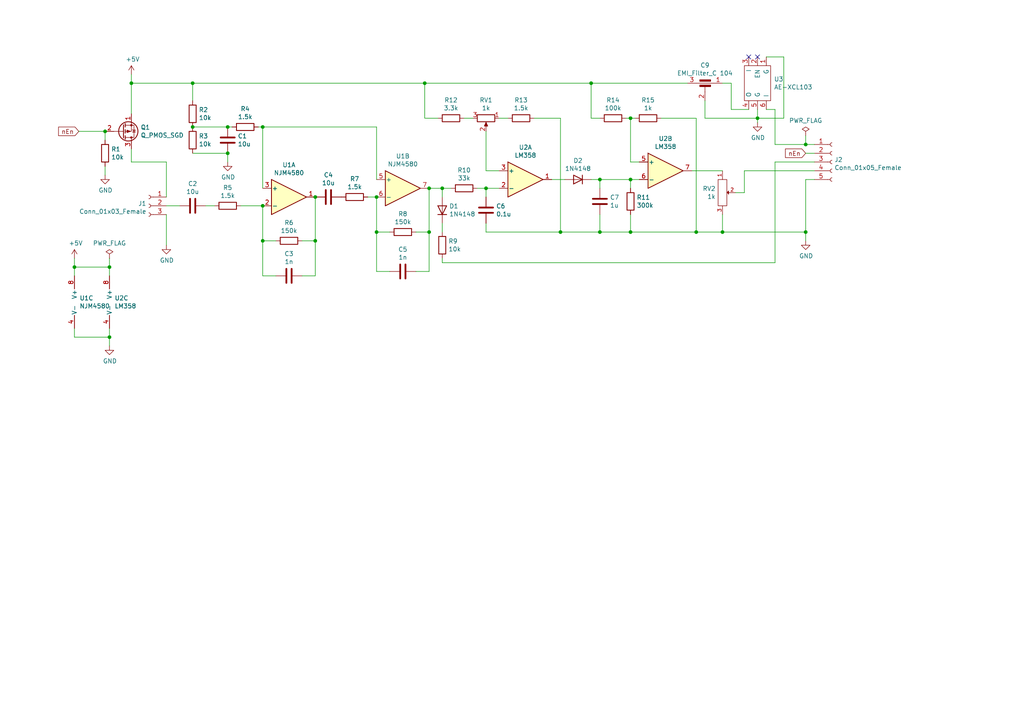
<source format=kicad_sch>
(kicad_sch (version 20231120) (generator "eeschema") (generator_version "8.0")
  (paper "A4")
  (title_block (title "IPM-165 Sensor board") (date "2021-03-31") (rev "1") (company "nakanohito"))
  (lib_symbols
    (symbol "Amplifier_Operational:LM358" (pin_names (offset 0.127))
      (property "Reference" "U" (at 0 5.08 0))
      (property "Value" "LM358" (at 0 -5.08 0))
      (symbol "LM358_1_1"
        (polyline (pts (xy -5.08 5.08) (xy 5.08 0) (xy -5.08 -5.08) (xy -5.08 5.08)) (stroke (width 0.254)) (fill (type background)))
        (pin output line (at 7.62 0 180) (length 2.54) (name "~") (number "1"))
        (pin input line (at -7.62 -2.54 0) (length 2.54) (name "-") (number "2"))
        (pin input line (at -7.62 2.54 0) (length 2.54) (name "+") (number "3"))
      )
      (symbol "LM358_2_1"
        (polyline (pts (xy -5.08 5.08) (xy 5.08 0) (xy -5.08 -5.08) (xy -5.08 5.08)) (stroke (width 0.254)) (fill (type background)))
        (pin input line (at -7.62 2.54 0) (length 2.54) (name "+") (number "5"))
        (pin input line (at -7.62 -2.54 0) (length 2.54) (name "-") (number "6"))
        (pin output line (at 7.62 0 180) (length 2.54) (name "~") (number "7"))
      )
      (symbol "LM358_3_1"
        (pin power_in line (at -2.54 -7.62 90) (length 3.81) (name "V-") (number "4"))
        (pin power_in line (at -2.54 7.62 270) (length 3.81) (name "V+") (number "8"))
      )
    )
    (symbol "Amplifier_Operational:NJM4580" (pin_names (offset 0.127))
      (property "Reference" "U" (at 0 5.08 0))
      (property "Value" "NJM4580" (at 0 -5.08 0))
      (symbol "NJM4580_1_1"
        (polyline (pts (xy -5.08 5.08) (xy 5.08 0) (xy -5.08 -5.08) (xy -5.08 5.08)) (stroke (width 0.254)) (fill (type background)))
        (pin output line (at 7.62 0 180) (length 2.54) (name "~") (number "1"))
        (pin input line (at -7.62 -2.54 0) (length 2.54) (name "-") (number "2"))
        (pin input line (at -7.62 2.54 0) (length 2.54) (name "+") (number "3"))
      )
      (symbol "NJM4580_2_1"
        (polyline (pts (xy -5.08 5.08) (xy 5.08 0) (xy -5.08 -5.08) (xy -5.08 5.08)) (stroke (width 0.254)) (fill (type background)))
        (pin input line (at -7.62 2.54 0) (length 2.54) (name "+") (number "5"))
        (pin input line (at -7.62 -2.54 0) (length 2.54) (name "-") (number "6"))
        (pin output line (at 7.62 0 180) (length 2.54) (name "~") (number "7"))
      )
      (symbol "NJM4580_3_1"
        (pin power_in line (at -2.54 -7.62 90) (length 3.81) (name "V-") (number "4"))
        (pin power_in line (at -2.54 7.62 270) (length 3.81) (name "V+") (number "8"))
      )
    )
    (symbol "Device:C" (pin_numbers hide) (pin_names (offset 0.254))
      (property "Reference" "C" (at 0.635 2.54 0))
      (property "Value" "C" (at 0.635 -2.54 0))
      (symbol "C_0_1"
        (polyline (pts (xy -2.032 -0.762) (xy 2.032 -0.762)) (stroke (width 0.508)))
        (polyline (pts (xy -2.032 0.762) (xy 2.032 0.762)) (stroke (width 0.508)))
      )
      (symbol "C_1_1"
        (pin passive line (at 0 3.81 270) (length 2.794) (name "~") (number "1"))
        (pin passive line (at 0 -3.81 90) (length 2.794) (name "~") (number "2"))
      )
    )
    (symbol "Device:Q_PMOS_SGD" (pin_names (offset 0) hide)
      (property "Reference" "Q" (at 5.08 1.27 0))
      (property "Value" "Q_PMOS_SGD" (at 5.08 -1.27 0))
      (symbol "Q_PMOS_SGD_0_1"
        (polyline (pts (xy 0.254 0) (xy -2.54 0)))
        (polyline (pts (xy 0.254 1.905) (xy 0.254 -1.905)) (stroke (width 0.254)))
        (polyline (pts (xy 0.762 -1.27) (xy 0.762 -2.286)) (stroke (width 0.254)))
        (polyline (pts (xy 0.762 0.508) (xy 0.762 -0.508)) (stroke (width 0.254)))
        (polyline (pts (xy 0.762 2.286) (xy 0.762 1.27)) (stroke (width 0.254)))
        (polyline (pts (xy 2.54 2.54) (xy 2.54 1.778)))
        (polyline (pts (xy 2.54 -2.54) (xy 2.54 0) (xy 0.762 0)))
        (polyline (pts (xy 0.762 1.778) (xy 3.302 1.778) (xy 3.302 -1.778) (xy 0.762 -1.778)))
        (polyline (pts (xy 2.286 0) (xy 1.27 0.381) (xy 1.27 -0.381) (xy 2.286 0)) (fill (type outline)))
        (polyline (pts (xy 2.794 -0.508) (xy 2.921 -0.381) (xy 3.683 -0.381) (xy 3.81 -0.254)))
        (polyline (pts (xy 3.302 -0.381) (xy 2.921 0.254) (xy 3.683 0.254) (xy 3.302 -0.381)))
        (circle (center 1.651 0) (radius 2.794) (stroke (width 0.254)))
        (circle (center 2.54 -1.778) (radius 0.254) (fill (type outline)))
        (circle (center 2.54 1.778) (radius 0.254) (fill (type outline)))
      )
      (symbol "Q_PMOS_SGD_1_1"
        (pin passive line (at 2.54 -5.08 90) (length 2.54) (name "S") (number "1"))
        (pin input line (at -5.08 0 0) (length 2.54) (name "G") (number "2"))
        (pin passive line (at 2.54 5.08 270) (length 2.54) (name "D") (number "3"))
      )
    )
    (symbol "Device:R" (pin_numbers hide) (pin_names (offset 0))
      (property "Reference" "R" (at 2.032 0 90))
      (property "Value" "R" (at 0 0 90))
      (symbol "R_0_1"
        (rectangle (start -1.016 -2.54) (end 1.016 2.54) (stroke (width 0.254)))
      )
      (symbol "R_1_1"
        (pin passive line (at 0 3.81 270) (length 1.27) (name "~") (number "1"))
        (pin passive line (at 0 -3.81 90) (length 1.27) (name "~") (number "2"))
      )
    )
    (symbol "Diode:1N4148" (pin_numbers hide) (pin_names hide)
      (property "Reference" "D" (at 0 2.54 0))
      (property "Value" "1N4148" (at 0 -2.54 0))
      (symbol "1N4148_0_1"
        (polyline (pts (xy -1.27 1.27) (xy -1.27 -1.27)) (stroke (width 0.254)))
        (polyline (pts (xy 1.27 0) (xy -1.27 0)))
        (polyline (pts (xy 1.27 1.27) (xy 1.27 -1.27) (xy -1.27 0) (xy 1.27 1.27)) (stroke (width 0.254)))
      )
      (symbol "1N4148_1_1"
        (pin passive line (at -3.81 0 0) (length 2.54) (name "K") (number "1"))
        (pin passive line (at 3.81 0 180) (length 2.54) (name "A") (number "2"))
      )
    )
    (symbol "KiLib_merl_03:POT" (pin_names (offset 1.016) hide)
      (property "Reference" "RV" (at 0 -2.54 0))
      (property "Value" "POT" (at 0 0 0))
      (symbol "POT_0_1"
        (rectangle (start -3.81 1.27) (end 3.81 -1.27))
        (polyline (pts (xy 0 1.27) (xy -0.508 1.778) (xy 0.508 1.778)) (fill (type outline)))
      )
      (symbol "POT_1_1"
        (pin passive line (at -6.35 0 0) (length 2.54) (name "1") (number "1"))
        (pin passive line (at 0 3.81 270) (length 2.032) (name "2") (number "2"))
        (pin passive line (at 6.35 0 180) (length 2.54) (name "3") (number "3"))
      )
    )
    (symbol "User_Library:AE-XCL103" (pin_names (offset 1.016))
      (property "Reference" "U" (at 0 0 0))
      (property "Value" "AE-XCL103" (at 0 -11.43 0))
      (symbol "AE-XCL103_0_1"
        (rectangle (start -5.08 -2.54) (end 5.08 -10.16))
      )
      (symbol "AE-XCL103_1_1"
        (pin output line (at -7.62 -3.81 0) (length 2.54) (name "G") (number "1"))
        (pin input line (at -7.62 -6.35 0) (length 2.54) (name "EN") (number "2"))
        (pin output line (at -7.62 -8.89 0) (length 2.54) (name "I") (number "3"))
        (pin output line (at 7.62 -8.89 180) (length 2.54) (name "O") (number "4"))
        (pin output line (at 7.62 -6.35 180) (length 2.54) (name "G") (number "5"))
        (pin input line (at 7.62 -3.81 180) (length 2.54) (name "I") (number "6"))
      )
    )
    (symbol "ipm165-rescue:+5V-power" (power) (pin_names (offset 0))
      (property "Value" "power_+5V" (at 0 3.556 0))
      (symbol "+5V-power_0_1"
        (polyline (pts (xy -0.762 1.27) (xy 0 2.54)))
        (polyline (pts (xy 0 0) (xy 0 2.54)))
        (polyline (pts (xy 0 2.54) (xy 0.762 1.27)))
      )
      (symbol "+5V-power_1_1"
        (pin power_in line (at 0 0 90) (length 0) hide (name "+5V") (number "1"))
      )
    )
    (symbol "ipm165-rescue:Conn_01x03_Female-Connector" (pin_names (offset 1.016) hide)
      (property "Reference" "J" (at 0 5.08 0))
      (property "Value" "Connector_Conn_01x03_Female" (at 0 -5.08 0))
      (symbol "Conn_01x03_Female-Connector_1_1"
        (arc (start 0 -2.032) (mid -0.508 -2.54) (end 0 -3.048) (stroke (width 0.1524)))
        (polyline (pts (xy -1.27 -2.54) (xy -0.508 -2.54)) (stroke (width 0.1524)))
        (polyline (pts (xy -1.27 0) (xy -0.508 0)) (stroke (width 0.1524)))
        (polyline (pts (xy -1.27 2.54) (xy -0.508 2.54)) (stroke (width 0.1524)))
        (arc (start 0 0.508) (mid -0.508 0) (end 0 -0.508) (stroke (width 0.1524)))
        (arc (start 0 3.048) (mid -0.508 2.54) (end 0 2.032) (stroke (width 0.1524)))
        (pin passive line (at -5.08 2.54 0) (length 3.81) (name "Pin_1") (number "1"))
        (pin passive line (at -5.08 0 0) (length 3.81) (name "Pin_2") (number "2"))
        (pin passive line (at -5.08 -2.54 0) (length 3.81) (name "Pin_3") (number "3"))
      )
    )
    (symbol "ipm165-rescue:Conn_01x05_Female-Connector" (pin_names (offset 1.016) hide)
      (property "Reference" "J" (at 0 7.62 0))
      (property "Value" "Connector_Conn_01x05_Female" (at 0 -7.62 0))
      (symbol "Conn_01x05_Female-Connector_1_1"
        (arc (start 0 -4.572) (mid -0.508 -5.08) (end 0 -5.588) (stroke (width 0.1524)))
        (arc (start 0 -2.032) (mid -0.508 -2.54) (end 0 -3.048) (stroke (width 0.1524)))
        (polyline (pts (xy -1.27 -5.08) (xy -0.508 -5.08)) (stroke (width 0.1524)))
        (polyline (pts (xy -1.27 -2.54) (xy -0.508 -2.54)) (stroke (width 0.1524)))
        (polyline (pts (xy -1.27 0) (xy -0.508 0)) (stroke (width 0.1524)))
        (polyline (pts (xy -1.27 2.54) (xy -0.508 2.54)) (stroke (width 0.1524)))
        (polyline (pts (xy -1.27 5.08) (xy -0.508 5.08)) (stroke (width 0.1524)))
        (arc (start 0 0.508) (mid -0.508 0) (end 0 -0.508) (stroke (width 0.1524)))
        (arc (start 0 3.048) (mid -0.508 2.54) (end 0 2.032) (stroke (width 0.1524)))
        (arc (start 0 5.588) (mid -0.508 5.08) (end 0 4.572) (stroke (width 0.1524)))
        (pin passive line (at -5.08 5.08 0) (length 3.81) (name "Pin_1") (number "1"))
        (pin passive line (at -5.08 2.54 0) (length 3.81) (name "Pin_2") (number "2"))
        (pin passive line (at -5.08 0 0) (length 3.81) (name "Pin_3") (number "3"))
        (pin passive line (at -5.08 -2.54 0) (length 3.81) (name "Pin_4") (number "4"))
        (pin passive line (at -5.08 -5.08 0) (length 3.81) (name "Pin_5") (number "5"))
      )
    )
    (symbol "ipm165-rescue:EMI_Filter_C-Device" (pin_names (offset 0.254) hide)
      (property "Reference" "C" (at 0 7.62 0))
      (property "Value" "Device_EMI_Filter_C" (at 0 5.715 0))
      (symbol "EMI_Filter_C-Device_0_1"
        (rectangle (start -1.651 1.524) (end 1.524 2.032) (fill (type outline)))
        (polyline (pts (xy -2.54 2.54) (xy 2.54 2.54)))
        (polyline (pts (xy 0 0) (xy 0 1.778)))
        (rectangle (start 1.524 3.048) (end -1.651 3.556) (fill (type outline)))
      )
      (symbol "EMI_Filter_C-Device_1_1"
        (pin passive line (at -5.08 2.54 0) (length 2.54) (name "1") (number "1"))
        (pin passive line (at 0 -2.54 90) (length 2.54) (name "2") (number "2"))
        (pin passive line (at 5.08 2.54 180) (length 2.54) (name "3") (number "3"))
      )
    )
    (symbol "ipm165-rescue:GND-power" (power) (pin_names (offset 0))
      (property "Value" "power_GND" (at 0 -3.81 0))
      (symbol "GND-power_0_1"
        (polyline (pts (xy 0 0) (xy 0 -1.27) (xy 1.27 -1.27) (xy 0 -2.54) (xy -1.27 -1.27) (xy 0 -1.27)))
      )
      (symbol "GND-power_1_1"
        (pin power_in line (at 0 0 270) (length 0) hide (name "GND") (number "1"))
      )
    )
    (symbol "ipm165-rescue:PWR_FLAG-power" (power) (pin_numbers hide) (pin_names (offset 0) hide)
      (property "Value" "power_PWR_FLAG" (at 0 3.81 0))
      (symbol "PWR_FLAG-power_0_0"
        (pin power_out line (at 0 0 90) (length 0) (name "pwr") (number "1"))
      )
      (symbol "PWR_FLAG-power_0_1"
        (polyline (pts (xy 0 0) (xy 0 1.27) (xy -1.016 1.905) (xy 0 2.54) (xy 1.016 1.905) (xy 0 1.27)))
      )
    )
    (symbol "ipm165-rescue:R_POT-Device" (pin_names (offset 1.016) hide)
      (property "Reference" "RV" (at -4.445 0 90))
      (property "Value" "Device_R_POT" (at -2.54 0 90))
      (symbol "R_POT-Device_0_1"
        (polyline (pts (xy 2.54 0) (xy 1.524 0)))
        (polyline (pts (xy 1.143 0) (xy 2.286 0.508) (xy 2.286 -0.508) (xy 1.143 0)) (fill (type outline)))
        (rectangle (start 1.016 2.54) (end -1.016 -2.54) (stroke (width 0.254)))
      )
      (symbol "R_POT-Device_1_1"
        (pin passive line (at 0 3.81 270) (length 1.27) (name "1") (number "1"))
        (pin passive line (at 3.81 0 180) (length 1.27) (name "2") (number "2"))
        (pin passive line (at 0 -3.81 90) (length 1.27) (name "3") (number "3"))
      )
    )
  )
  (junction (at 76.2 36.83))
  (junction (at 171.45 24.13))
  (junction (at 219.71 34.29))
  (junction (at 201.93 67.31))
  (junction (at 124.46 67.31))
  (junction (at 109.22 67.31))
  (junction (at 31.75 77.47))
  (junction (at 140.97 54.61))
  (junction (at 66.04 44.45))
  (junction (at 38.1 24.13))
  (junction (at 91.44 57.15))
  (junction (at 55.88 24.13))
  (junction (at 182.88 52.07))
  (junction (at 21.59 77.47))
  (junction (at 233.68 67.31))
  (junction (at 91.44 69.85))
  (junction (at 162.56 67.31))
  (junction (at 109.22 57.15))
  (junction (at 124.46 54.61))
  (junction (at 173.99 52.07))
  (junction (at 66.04 36.83))
  (junction (at 30.48 38.1))
  (junction (at 55.88 36.83))
  (junction (at 209.55 67.31))
  (junction (at 182.88 67.31))
  (junction (at 31.75 97.79))
  (junction (at 76.2 59.69))
  (junction (at 128.27 54.61))
  (junction (at 233.68 41.91))
  (junction (at 173.99 67.31))
  (junction (at 76.2 69.85))
  (junction (at 123.19 24.13))
  (junction (at 182.88 34.29))
  (no_connect (at 219.71 16.51))
  (no_connect (at 217.17 16.51))
  (wire (pts (xy 31.75 77.47) (xy 31.75 80.01)))
  (wire (pts (xy 31.75 74.93) (xy 31.75 77.47)))
  (wire (pts (xy 124.46 54.61) (xy 128.27 54.61)))
  (wire (pts (xy 215.9 49.53) (xy 215.9 55.88)))
  (wire (pts (xy 191.77 34.29) (xy 201.93 34.29)))
  (wire (pts (xy 128.27 74.93) (xy 128.27 76.2)))
  (wire (pts (xy 128.27 76.2) (xy 224.79 76.2)))
  (wire (pts (xy 209.55 62.23) (xy 209.55 67.31)))
  (wire (pts (xy 76.2 69.85) (xy 80.01 69.85)))
  (wire (pts (xy 144.78 34.29) (xy 147.32 34.29)))
  (wire (pts (xy 227.33 16.51) (xy 227.33 34.29)))
  (wire (pts (xy 48.26 62.23) (xy 48.26 71.12)))
  (wire (pts (xy 109.22 78.74) (xy 113.03 78.74)))
  (wire (pts (xy 38.1 43.18) (xy 38.1 46.99)))
  (wire (pts (xy 140.97 67.31) (xy 162.56 67.31)))
  (wire (pts (xy 217.17 31.75) (xy 212.09 31.75)))
  (wire (pts (xy 204.47 34.29) (xy 219.71 34.29)))
  (wire (pts (xy 138.43 54.61) (xy 140.97 54.61)))
  (wire (pts (xy 182.88 34.29) (xy 182.88 46.99)))
  (wire (pts (xy 128.27 64.77) (xy 128.27 67.31)))
  (wire (pts (xy 128.27 54.61) (xy 130.81 54.61)))
  (wire (pts (xy 182.88 46.99) (xy 185.42 46.99)))
  (wire (pts (xy 173.99 34.29) (xy 171.45 34.29)))
  (wire (pts (xy 87.63 69.85) (xy 91.44 69.85)))
  (wire (pts (xy 219.71 31.75) (xy 219.71 34.29)))
  (wire (pts (xy 21.59 77.47) (xy 31.75 77.47)))
  (wire (pts (xy 69.85 59.69) (xy 76.2 59.69)))
  (wire (pts (xy 162.56 34.29) (xy 162.56 67.31)))
  (wire (pts (xy 222.25 16.51) (xy 227.33 16.51)))
  (wire (pts (xy 21.59 97.79) (xy 31.75 97.79)))
  (wire (pts (xy 123.19 34.29) (xy 123.19 24.13)))
  (wire (pts (xy 201.93 67.31) (xy 209.55 67.31)))
  (wire (pts (xy 30.48 48.26) (xy 30.48 50.8)))
  (wire (pts (xy 38.1 21.59) (xy 38.1 24.13)))
  (wire (pts (xy 233.68 39.37) (xy 233.68 41.91)))
  (wire (pts (xy 134.62 34.29) (xy 137.16 34.29)))
  (wire (pts (xy 200.66 49.53) (xy 209.55 49.53)))
  (wire (pts (xy 227.33 34.29) (xy 219.71 34.29)))
  (wire (pts (xy 233.68 67.31) (xy 233.68 69.85)))
  (wire (pts (xy 76.2 69.85) (xy 76.2 80.01)))
  (wire (pts (xy 21.59 95.25) (xy 21.59 97.79)))
  (wire (pts (xy 109.22 57.15) (xy 109.22 67.31)))
  (wire (pts (xy 236.22 52.07) (xy 233.68 52.07)))
  (wire (pts (xy 76.2 36.83) (xy 76.2 54.61)))
  (wire (pts (xy 76.2 59.69) (xy 76.2 69.85)))
  (wire (pts (xy 38.1 24.13) (xy 55.88 24.13)))
  (wire (pts (xy 233.68 52.07) (xy 233.68 67.31)))
  (wire (pts (xy 173.99 52.07) (xy 173.99 54.61)))
  (wire (pts (xy 201.93 34.29) (xy 201.93 67.31)))
  (wire (pts (xy 219.71 34.29) (xy 219.71 35.56)))
  (wire (pts (xy 113.03 67.31) (xy 109.22 67.31)))
  (wire (pts (xy 140.97 49.53) (xy 144.78 49.53)))
  (wire (pts (xy 38.1 33.02) (xy 38.1 24.13)))
  (wire (pts (xy 21.59 77.47) (xy 21.59 80.01)))
  (wire (pts (xy 124.46 54.61) (xy 124.46 67.31)))
  (wire (pts (xy 66.04 46.99) (xy 66.04 44.45)))
  (wire (pts (xy 31.75 97.79) (xy 31.75 100.33)))
  (wire (pts (xy 171.45 24.13) (xy 199.39 24.13)))
  (wire (pts (xy 120.65 67.31) (xy 124.46 67.31)))
  (wire (pts (xy 212.09 24.13) (xy 212.09 31.75)))
  (wire (pts (xy 140.97 64.77) (xy 140.97 67.31)))
  (wire (pts (xy 123.19 24.13) (xy 171.45 24.13)))
  (wire (pts (xy 55.88 24.13) (xy 123.19 24.13)))
  (wire (pts (xy 124.46 78.74) (xy 120.65 78.74)))
  (wire (pts (xy 48.26 59.69) (xy 52.07 59.69)))
  (wire (pts (xy 21.59 74.93) (xy 21.59 77.47)))
  (wire (pts (xy 209.55 67.31) (xy 233.68 67.31)))
  (wire (pts (xy 109.22 52.07) (xy 109.22 36.83)))
  (wire (pts (xy 181.61 34.29) (xy 182.88 34.29)))
  (wire (pts (xy 160.02 52.07) (xy 163.83 52.07)))
  (wire (pts (xy 224.79 41.91) (xy 233.68 41.91)))
  (wire (pts (xy 209.55 24.13) (xy 212.09 24.13)))
  (wire (pts (xy 182.88 52.07) (xy 182.88 54.61)))
  (wire (pts (xy 224.79 46.99) (xy 236.22 46.99)))
  (wire (pts (xy 76.2 80.01) (xy 80.01 80.01)))
  (wire (pts (xy 91.44 80.01) (xy 87.63 80.01)))
  (wire (pts (xy 38.1 46.99) (xy 48.26 46.99)))
  (wire (pts (xy 171.45 52.07) (xy 173.99 52.07)))
  (wire (pts (xy 106.68 57.15) (xy 109.22 57.15)))
  (wire (pts (xy 55.88 36.83) (xy 66.04 36.83)))
  (wire (pts (xy 140.97 38.1) (xy 140.97 49.53)))
  (wire (pts (xy 55.88 44.45) (xy 66.04 44.45)))
  (wire (pts (xy 30.48 38.1) (xy 30.48 40.64)))
  (wire (pts (xy 31.75 95.25) (xy 31.75 97.79)))
  (wire (pts (xy 91.44 69.85) (xy 91.44 80.01)))
  (wire (pts (xy 48.26 46.99) (xy 48.26 57.15)))
  (wire (pts (xy 91.44 57.15) (xy 91.44 69.85)))
  (wire (pts (xy 55.88 24.13) (xy 55.88 29.21)))
  (wire (pts (xy 233.68 41.91) (xy 236.22 41.91)))
  (wire (pts (xy 173.99 67.31) (xy 182.88 67.31)))
  (wire (pts (xy 204.47 29.21) (xy 204.47 34.29)))
  (wire (pts (xy 124.46 67.31) (xy 124.46 78.74)))
  (wire (pts (xy 66.04 36.83) (xy 67.31 36.83)))
  (wire (pts (xy 215.9 55.88) (xy 213.36 55.88)))
  (wire (pts (xy 123.19 34.29) (xy 127 34.29)))
  (wire (pts (xy 182.88 67.31) (xy 201.93 67.31)))
  (wire (pts (xy 173.99 62.23) (xy 173.99 67.31)))
  (wire (pts (xy 109.22 36.83) (xy 76.2 36.83)))
  (wire (pts (xy 182.88 52.07) (xy 185.42 52.07)))
  (wire (pts (xy 182.88 67.31) (xy 182.88 62.23)))
  (wire (pts (xy 171.45 34.29) (xy 171.45 24.13)))
  (wire (pts (xy 233.68 44.45) (xy 236.22 44.45)))
  (wire (pts (xy 224.79 46.99) (xy 224.79 76.2)))
  (wire (pts (xy 182.88 34.29) (xy 184.15 34.29)))
  (wire (pts (xy 222.25 31.75) (xy 224.79 31.75)))
  (wire (pts (xy 162.56 67.31) (xy 173.99 67.31)))
  (wire (pts (xy 224.79 31.75) (xy 224.79 41.91)))
  (wire (pts (xy 128.27 57.15) (xy 128.27 54.61)))
  (wire (pts (xy 140.97 54.61) (xy 144.78 54.61)))
  (wire (pts (xy 22.86 38.1) (xy 30.48 38.1)))
  (wire (pts (xy 59.69 59.69) (xy 62.23 59.69)))
  (wire (pts (xy 173.99 52.07) (xy 182.88 52.07)))
  (wire (pts (xy 109.22 67.31) (xy 109.22 78.74)))
  (wire (pts (xy 140.97 54.61) (xy 140.97 57.15)))
  (wire (pts (xy 74.93 36.83) (xy 76.2 36.83)))
  (wire (pts (xy 236.22 49.53) (xy 215.9 49.53)))
  (wire (pts (xy 154.94 34.29) (xy 162.56 34.29)))
  (global_label "nEn" (shape input) (at 233.68 44.45 180) (property "Intersheetrefs" "${INTERSHEET_REFS}" (effects (hide yes))))
  (global_label "nEn" (shape input) (at 22.86 38.1 180) (property "Intersheetrefs" "${INTERSHEET_REFS}" (effects (hide yes))))
  (symbol (lib_id "Device:R") (at 66.04 59.69 90) (unit 1)
    (property "Reference" "R5" (at 66.04 54.4322 90))
    (property "Value" "1.5k" (at 66.04 56.7436 90))
    (property "Footprint" "User_Library:R_2" (effects (hide yes)))
  )
  (symbol (lib_id "Device:R") (at 83.82 69.85 90) (unit 1)
    (property "Reference" "R6" (at 83.82 64.5922 90))
    (property "Value" "150k" (at 83.82 66.9036 90))
    (property "Footprint" "User_Library:R_2" (effects (hide yes)))
  )
  (symbol (lib_id "Device:C") (at 83.82 80.01 90) (unit 1)
    (property "Reference" "C3" (at 83.82 73.6092 90))
    (property "Value" "1n" (at 83.82 75.9206 90))
    (property "Footprint" "User_Library:C_2" (effects (hide yes)))
  )
  (symbol (lib_id "Device:C") (at 55.88 59.69 90) (unit 1)
    (property "Reference" "C2" (at 55.88 53.2892 90))
    (property "Value" "10u" (at 55.88 55.6006 90))
    (property "Footprint" "User_Library:C_2" (effects (hide yes)))
  )
  (symbol (lib_id "Device:R") (at 55.88 33.02 0) (unit 1)
    (property "Reference" "R2" (at 57.658 31.8516 0) (effects (justify left)))
    (property "Value" "10k" (at 57.658 34.163 0) (effects (justify left)))
    (property "Footprint" "User_Library:R_2" (effects (hide yes)))
  )
  (symbol (lib_id "Device:R") (at 55.88 40.64 0) (unit 1)
    (property "Reference" "R3" (at 57.658 39.4716 0) (effects (justify left)))
    (property "Value" "10k" (at 57.658 41.783 0) (effects (justify left)))
    (property "Footprint" "User_Library:R_2" (effects (hide yes)))
  )
  (symbol (lib_id "Device:C") (at 66.04 40.64 0) (unit 1)
    (property "Reference" "C1" (at 68.961 39.4716 0) (effects (justify left)))
    (property "Value" "10u" (at 68.961 41.783 0) (effects (justify left)))
    (property "Footprint" "User_Library:C_2" (effects (hide yes)))
  )
  (symbol (lib_id "ipm165-rescue:GND-power") (at 66.04 46.99 0) (unit 1)
    (property "Reference" "#PWR04" (effects (hide yes)))
    (property "Value" "GND" (at 66.167 51.3842 0))
  )
  (symbol (lib_id "ipm165-rescue:R_POT-Device") (at 140.97 34.29 270) (unit 1)
    (property "Reference" "RV1" (at 140.97 29.0322 90))
    (property "Value" "1k" (at 140.97 31.3436 90))
    (property "Footprint" "User_Library:JST_XH_S3B-XH-A_1x03_P2.50mm_Horizontal" (effects (hide yes)))
  )
  (symbol (lib_id "Device:R") (at 71.12 36.83 270) (unit 1)
    (property "Reference" "R4" (at 71.12 31.5722 90))
    (property "Value" "1.5k" (at 71.12 33.8836 90))
    (property "Footprint" "User_Library:R_2" (effects (hide yes)))
  )
  (symbol (lib_id "Device:R") (at 151.13 34.29 270) (unit 1)
    (property "Reference" "R13" (at 151.13 29.0322 90))
    (property "Value" "1.5k" (at 151.13 31.3436 90))
    (property "Footprint" "User_Library:R_2" (effects (hide yes)))
  )
  (symbol (lib_id "Device:R") (at 102.87 57.15 90) (unit 1)
    (property "Reference" "R7" (at 102.87 51.8922 90))
    (property "Value" "1.5k" (at 102.87 54.2036 90))
    (property "Footprint" "User_Library:R_2" (effects (hide yes)))
  )
  (symbol (lib_id "Device:R") (at 116.84 67.31 90) (unit 1)
    (property "Reference" "R8" (at 116.84 62.0522 90))
    (property "Value" "150k" (at 116.84 64.3636 90))
    (property "Footprint" "User_Library:R_2" (effects (hide yes)))
  )
  (symbol (lib_id "Device:C") (at 116.84 78.74 90) (unit 1)
    (property "Reference" "C5" (at 116.84 72.3392 90))
    (property "Value" "1n" (at 116.84 74.6506 90))
    (property "Footprint" "User_Library:C_2" (effects (hide yes)))
  )
  (symbol (lib_id "Device:C") (at 95.25 57.15 90) (unit 1)
    (property "Reference" "C4" (at 95.25 50.7492 90))
    (property "Value" "10u" (at 95.25 53.0606 90))
    (property "Footprint" "User_Library:C_2" (effects (hide yes)))
  )
  (symbol (lib_id "Device:R") (at 130.81 34.29 270) (unit 1)
    (property "Reference" "R12" (at 130.81 29.0322 90))
    (property "Value" "3.3k" (at 130.81 31.3436 90))
    (property "Footprint" "User_Library:R_2" (effects (hide yes)))
  )
  (symbol (lib_id "User_Library:AE-XCL103") (at 226.06 24.13 270) (unit 1)
    (property "Reference" "U3" (at 224.4852 22.9616 90) (effects (justify left)))
    (property "Value" "AE-XCL103" (at 224.4852 25.273 90) (effects (justify left)))
    (property "Footprint" "User_Library:DIP6" (effects (hide yes)))
  )
  (symbol (lib_id "ipm165-rescue:GND-power") (at 219.71 35.56 0) (unit 1)
    (property "Reference" "#PWR08" (effects (hide yes)))
    (property "Value" "GND" (at 219.837 39.9542 0))
  )
  (symbol (lib_id "ipm165-rescue:GND-power") (at 48.26 71.12 0) (unit 1)
    (property "Reference" "#PWR03" (effects (hide yes)))
    (property "Value" "GND" (at 48.387 75.5142 0))
  )
  (symbol (lib_id "ipm165-rescue:Conn_01x03_Female-Connector") (at 43.18 59.69 0) (mirror y) (unit 1)
    (property "Reference" "J1" (at 42.4688 59.0296 0) (effects (justify left)))
    (property "Value" "Conn_01x03_Female" (at 42.4688 61.341 0) (effects (justify left)))
    (property "Footprint" "User_Library:PinSocket_1x03_P2.54mm" (effects (hide yes)))
  )
  (symbol (lib_id "ipm165-rescue:GND-power") (at 30.48 50.8 0) (unit 1)
    (property "Reference" "#PWR01" (effects (hide yes)))
    (property "Value" "GND" (at 30.607 55.1942 0))
  )
  (symbol (lib_id "Device:R") (at 30.48 44.45 0) (unit 1)
    (property "Reference" "R1" (at 32.258 43.2816 0) (effects (justify left)))
    (property "Value" "10k" (at 32.258 45.593 0) (effects (justify left)))
    (property "Footprint" "User_Library:R_2" (effects (hide yes)))
  )
  (symbol (lib_id "Amplifier_Operational:LM358") (at 152.4 52.07 0) (unit 1)
    (property "Reference" "U2" (at 152.4 42.7482 0))
    (property "Value" "LM358" (at 152.4 45.0596 0))
    (property "Footprint" "KiLib_merl_03:DIP08" (effects (hide yes)))
    (property "Datasheet" "http://www.ti.com/lit/ds/symlink/lm2904-n.pdf" (effects (hide yes)))
  )
  (symbol (lib_id "Device:C") (at 173.99 58.42 0) (unit 1)
    (property "Reference" "C7" (at 176.911 57.2516 0) (effects (justify left)))
    (property "Value" "1u" (at 176.911 59.563 0) (effects (justify left)))
    (property "Footprint" "User_Library:C_2" (effects (hide yes)))
  )
  (symbol (lib_id "Amplifier_Operational:LM358") (at 193.04 49.53 0) (unit 2)
    (property "Reference" "U2" (at 193.04 40.2082 0))
    (property "Value" "LM358" (at 193.04 42.5196 0))
    (property "Footprint" "KiLib_merl_03:DIP08" (effects (hide yes)))
    (property "Datasheet" "http://www.ti.com/lit/ds/symlink/lm2904-n.pdf" (effects (hide yes)))
  )
  (symbol (lib_id "Diode:1N4148") (at 128.27 60.96 90) (unit 1)
    (property "Reference" "D1" (at 130.2766 59.7916 90) (effects (justify right)))
    (property "Value" "1N4148" (at 130.2766 62.103 90) (effects (justify right)))
    (property "Footprint" "User_Library:D_2" (effects (hide yes)))
    (property "Datasheet" "https://assets.nexperia.com/documents/data-sheet/1N4148_1N4448.pdf" (effects (hide yes)))
  )
  (symbol (lib_id "ipm165-rescue:EMI_Filter_C-Device") (at 204.47 26.67 0) (mirror y) (unit 1)
    (property "Reference" "C9" (at 204.47 18.923 0))
    (property "Value" "EMI_Filter_C 104" (at 204.47 21.2344 0))
    (property "Footprint" "User_Library:TO-220_Filter" (effects (hide yes)))
    (property "Datasheet" "http://www.murata.com/~/media/webrenewal/support/library/catalog/products/emc/emifil/c31e.ashx?la=en-gb" (effects (hide yes)))
  )
  (symbol (lib_id "Device:Q_PMOS_SGD") (at 35.56 38.1 0) (mirror x) (unit 1)
    (property "Reference" "Q1" (at 40.7924 36.9316 0) (effects (justify left)))
    (property "Value" "Q_PMOS_SGD" (at 40.7924 39.243 0) (effects (justify left)))
    (property "Footprint" "User_Library:TO-92_Inline_Wide" (effects (hide yes)))
  )
  (symbol (lib_id "ipm165-rescue:Conn_01x05_Female-Connector") (at 241.3 46.99 0) (unit 1)
    (property "Reference" "J2" (at 242.0112 46.3296 0) (effects (justify left)))
    (property "Value" "Conn_01x05_Female" (at 242.0112 48.641 0) (effects (justify left)))
    (property "Footprint" "User_Library:JST_XH_S5B-XH-A_1x05_P2.50mm_Horizontal" (effects (hide yes)))
  )
  (symbol (lib_id "Device:R") (at 128.27 71.12 0) (unit 1)
    (property "Reference" "R9" (at 130.048 69.9516 0) (effects (justify left)))
    (property "Value" "10k" (at 130.048 72.263 0) (effects (justify left)))
    (property "Footprint" "User_Library:R_2" (effects (hide yes)))
  )
  (symbol (lib_id "ipm165-rescue:GND-power") (at 233.68 69.85 0) (unit 1)
    (property "Reference" "#PWR09" (effects (hide yes)))
    (property "Value" "GND" (at 233.807 74.2442 0))
  )
  (symbol (lib_id "Amplifier_Operational:NJM4580") (at 83.82 57.15 0) (unit 1)
    (property "Reference" "U1" (at 83.82 47.8282 0))
    (property "Value" "NJM4580" (at 83.82 50.1396 0))
    (property "Footprint" "KiLib_merl_03:DIP08" (effects (hide yes)))
    (property "Datasheet" "http://www.njr.com/semicon/PDF/NJM4580_E.pdf" (effects (hide yes)))
  )
  (symbol (lib_id "Amplifier_Operational:NJM4580") (at 116.84 54.61 0) (unit 2)
    (property "Reference" "U1" (at 116.84 45.2882 0))
    (property "Value" "NJM4580" (at 116.84 47.5996 0))
    (property "Footprint" "KiLib_merl_03:DIP08" (effects (hide yes)))
    (property "Datasheet" "http://www.njr.com/semicon/PDF/NJM4580_E.pdf" (effects (hide yes)))
  )
  (symbol (lib_id "Device:R") (at 134.62 54.61 90) (unit 1)
    (property "Reference" "R10" (at 134.62 49.3522 90))
    (property "Value" "33k" (at 134.62 51.6636 90))
    (property "Footprint" "User_Library:R_2" (effects (hide yes)))
  )
  (symbol (lib_id "ipm165-rescue:+5V-power") (at 38.1 21.59 0) (unit 1)
    (property "Reference" "#PWR0102" (effects (hide yes)))
    (property "Value" "+5V" (at 38.481 17.1958 0))
  )
  (symbol (lib_id "ipm165-rescue:+5V-power") (at 21.59 74.93 0) (unit 1)
    (property "Reference" "#PWR0103" (effects (hide yes)))
    (property "Value" "+5V" (at 21.971 70.5358 0))
  )
  (symbol (lib_id "Device:C") (at 140.97 60.96 0) (unit 1)
    (property "Reference" "C6" (at 143.891 59.7916 0) (effects (justify left)))
    (property "Value" "0.1u" (at 143.891 62.103 0) (effects (justify left)))
    (property "Footprint" "User_Library:C_2" (effects (hide yes)))
  )
  (symbol (lib_id "Device:R") (at 182.88 58.42 0) (unit 1)
    (property "Reference" "R11" (at 184.658 57.2516 0) (effects (justify left)))
    (property "Value" "300k" (at 184.658 59.563 0) (effects (justify left)))
    (property "Footprint" "User_Library:R_2" (effects (hide yes)))
  )
  (symbol (lib_id "Diode:1N4148") (at 167.64 52.07 180) (unit 1)
    (property "Reference" "D2" (at 167.64 46.5836 0))
    (property "Value" "1N4148" (at 167.64 48.895 0))
    (property "Footprint" "User_Library:D_2" (effects (hide yes)))
    (property "Datasheet" "https://assets.nexperia.com/documents/data-sheet/1N4148_1N4448.pdf" (effects (hide yes)))
  )
  (symbol (lib_id "Device:R") (at 177.8 34.29 270) (unit 1)
    (property "Reference" "R14" (at 177.8 29.0322 90))
    (property "Value" "100k" (at 177.8 31.3436 90))
    (property "Footprint" "User_Library:R_2" (effects (hide yes)))
  )
  (symbol (lib_id "Device:R") (at 187.96 34.29 270) (unit 1)
    (property "Reference" "R15" (at 187.96 29.0322 90))
    (property "Value" "1k" (at 187.96 31.3436 90))
    (property "Footprint" "User_Library:R_2" (effects (hide yes)))
  )
  (symbol (lib_id "Amplifier_Operational:NJM4580") (at 24.13 87.63 0) (unit 3)
    (property "Reference" "U1" (at 23.0632 86.4616 0) (effects (justify left)))
    (property "Value" "NJM4580" (at 23.0632 88.773 0) (effects (justify left)))
    (property "Footprint" "KiLib_merl_03:DIP08" (effects (hide yes)))
    (property "Datasheet" "http://www.njr.com/semicon/PDF/NJM4580_E.pdf" (effects (hide yes)))
  )
  (symbol (lib_id "ipm165-rescue:PWR_FLAG-power") (at 233.68 39.37 0) (unit 1)
    (property "Reference" "#FLG0101" (effects (hide yes)))
    (property "Value" "PWR_FLAG" (at 233.68 34.9758 0))
  )
  (symbol (lib_id "ipm165-rescue:PWR_FLAG-power") (at 31.75 74.93 0) (unit 1)
    (property "Reference" "#FLG0102" (effects (hide yes)))
    (property "Value" "PWR_FLAG" (at 31.75 70.5358 0))
  )
  (symbol (lib_id "Amplifier_Operational:LM358") (at 34.29 87.63 0) (unit 3)
    (property "Reference" "U2" (at 33.2232 86.4616 0) (effects (justify left)))
    (property "Value" "LM358" (at 33.2232 88.773 0) (effects (justify left)))
    (property "Footprint" "KiLib_merl_03:DIP08" (effects (hide yes)))
    (property "Datasheet" "http://www.ti.com/lit/ds/symlink/lm2904-n.pdf" (effects (hide yes)))
  )
  (symbol (lib_id "ipm165-rescue:GND-power") (at 31.75 100.33 0) (unit 1)
    (property "Reference" "#PWR0101" (effects (hide yes)))
    (property "Value" "GND" (at 31.877 104.7242 0))
  )
  (symbol (lib_id "KiLib_merl_03:POT") (at 209.55 55.88 270) (unit 1)
    (property "Reference" "RV2" (at 207.5688 54.7116 90) (effects (justify right)))
    (property "Value" "1k" (at 207.5688 57.023 90) (effects (justify right)))
    (property "Footprint" "User_Library:Potentiometer_T73YP_Vertical" (effects (hide yes)))
  )
)
</source>
